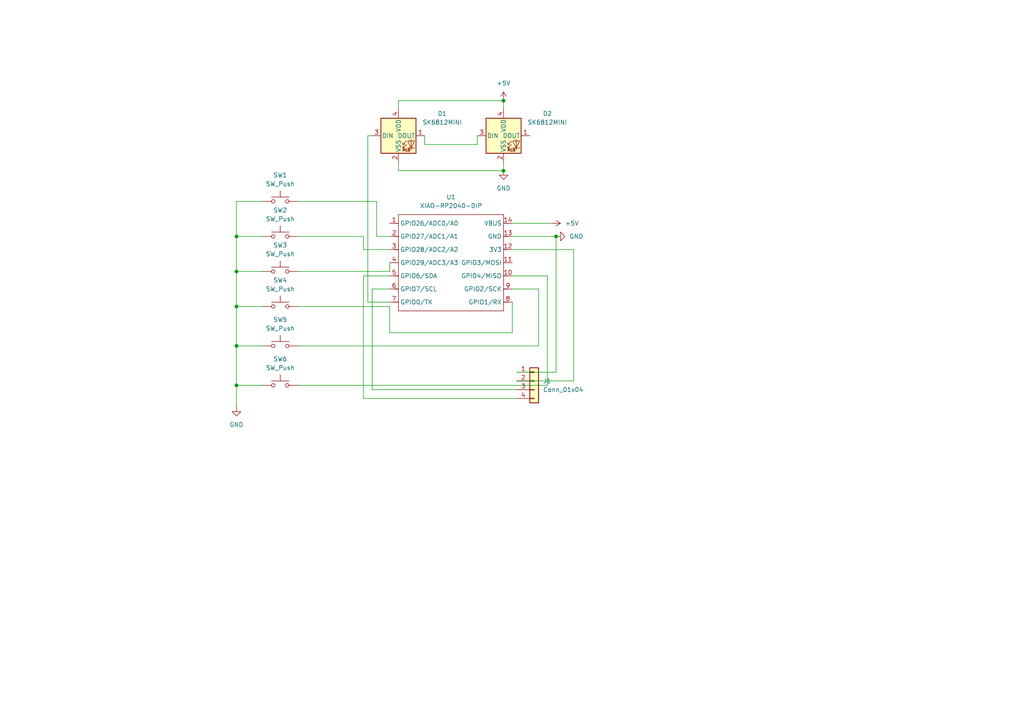
<source format=kicad_sch>
(kicad_sch
	(version 20250114)
	(generator "eeschema")
	(generator_version "9.0")
	(uuid "ae86aab5-8d2b-4676-8c24-39dd04a72551")
	(paper "A4")
	(lib_symbols
		(symbol "Connector_Generic:Conn_01x04"
			(pin_names
				(offset 1.016)
				(hide yes)
			)
			(exclude_from_sim no)
			(in_bom yes)
			(on_board yes)
			(property "Reference" "J1"
				(at 2.54 0.0001 0)
				(effects
					(font
						(size 1.27 1.27)
					)
					(justify left)
				)
			)
			(property "Value" "Conn_01x04"
				(at 2.54 -2.5399 0)
				(effects
					(font
						(size 1.27 1.27)
					)
					(justify left)
				)
			)
			(property "Footprint" "OPL 2:SSD1306-0.91-OLED-4pin-128x32"
				(at 0 0 0)
				(effects
					(font
						(size 1.27 1.27)
					)
					(hide yes)
				)
			)
			(property "Datasheet" "~"
				(at 0 0 0)
				(effects
					(font
						(size 1.27 1.27)
					)
					(hide yes)
				)
			)
			(property "Description" "Generic connector, single row, 01x04, script generated (kicad-library-utils/schlib/autogen/connector/)"
				(at 0 0 0)
				(effects
					(font
						(size 1.27 1.27)
					)
					(hide yes)
				)
			)
			(property "ki_keywords" "connector"
				(at 0 0 0)
				(effects
					(font
						(size 1.27 1.27)
					)
					(hide yes)
				)
			)
			(property "ki_fp_filters" "Connector*:*_1x??_*"
				(at 0 0 0)
				(effects
					(font
						(size 1.27 1.27)
					)
					(hide yes)
				)
			)
			(symbol "Conn_01x04_1_1"
				(rectangle
					(start -1.27 3.81)
					(end 1.27 -6.35)
					(stroke
						(width 0.254)
						(type default)
					)
					(fill
						(type background)
					)
				)
				(rectangle
					(start -1.27 2.667)
					(end 0 2.413)
					(stroke
						(width 0.1524)
						(type default)
					)
					(fill
						(type none)
					)
				)
				(rectangle
					(start -1.27 0.127)
					(end 0 -0.127)
					(stroke
						(width 0.1524)
						(type default)
					)
					(fill
						(type none)
					)
				)
				(rectangle
					(start -1.27 -2.413)
					(end 0 -2.667)
					(stroke
						(width 0.1524)
						(type default)
					)
					(fill
						(type none)
					)
				)
				(rectangle
					(start -1.27 -4.953)
					(end 0 -5.207)
					(stroke
						(width 0.1524)
						(type default)
					)
					(fill
						(type none)
					)
				)
				(pin passive line
					(at -5.08 2.54 0)
					(length 3.81)
					(name "Pin_1"
						(effects
							(font
								(size 1.27 1.27)
							)
						)
					)
					(number "1"
						(effects
							(font
								(size 1.27 1.27)
							)
						)
					)
				)
				(pin passive line
					(at -5.08 0 0)
					(length 3.81)
					(name "Pin_2"
						(effects
							(font
								(size 1.27 1.27)
							)
						)
					)
					(number "2"
						(effects
							(font
								(size 1.27 1.27)
							)
						)
					)
				)
				(pin passive line
					(at -5.08 -2.54 0)
					(length 3.81)
					(name "Pin_3"
						(effects
							(font
								(size 1.27 1.27)
							)
						)
					)
					(number "3"
						(effects
							(font
								(size 1.27 1.27)
							)
						)
					)
				)
				(pin passive line
					(at -5.08 -5.08 0)
					(length 3.81)
					(name "Pin_4"
						(effects
							(font
								(size 1.27 1.27)
							)
						)
					)
					(number "4"
						(effects
							(font
								(size 1.27 1.27)
							)
						)
					)
				)
			)
			(embedded_fonts no)
		)
		(symbol "LED:SK6812MINI"
			(pin_names
				(offset 0.254)
			)
			(exclude_from_sim no)
			(in_bom yes)
			(on_board yes)
			(property "Reference" "D"
				(at 5.08 5.715 0)
				(effects
					(font
						(size 1.27 1.27)
					)
					(justify right bottom)
				)
			)
			(property "Value" "SK6812MINI"
				(at 1.27 -5.715 0)
				(effects
					(font
						(size 1.27 1.27)
					)
					(justify left top)
				)
			)
			(property "Footprint" "LED_SMD:LED_SK6812MINI_PLCC4_3.5x3.5mm_P1.75mm"
				(at 1.27 -7.62 0)
				(effects
					(font
						(size 1.27 1.27)
					)
					(justify left top)
					(hide yes)
				)
			)
			(property "Datasheet" "https://cdn-shop.adafruit.com/product-files/2686/SK6812MINI_REV.01-1-2.pdf"
				(at 2.54 -9.525 0)
				(effects
					(font
						(size 1.27 1.27)
					)
					(justify left top)
					(hide yes)
				)
			)
			(property "Description" "RGB LED with integrated controller"
				(at 0 0 0)
				(effects
					(font
						(size 1.27 1.27)
					)
					(hide yes)
				)
			)
			(property "ki_keywords" "RGB LED NeoPixel Mini addressable"
				(at 0 0 0)
				(effects
					(font
						(size 1.27 1.27)
					)
					(hide yes)
				)
			)
			(property "ki_fp_filters" "LED*SK6812MINI*PLCC*3.5x3.5mm*P1.75mm*"
				(at 0 0 0)
				(effects
					(font
						(size 1.27 1.27)
					)
					(hide yes)
				)
			)
			(symbol "SK6812MINI_0_0"
				(text "RGB"
					(at 2.286 -4.191 0)
					(effects
						(font
							(size 0.762 0.762)
						)
					)
				)
			)
			(symbol "SK6812MINI_0_1"
				(polyline
					(pts
						(xy 1.27 -2.54) (xy 1.778 -2.54)
					)
					(stroke
						(width 0)
						(type default)
					)
					(fill
						(type none)
					)
				)
				(polyline
					(pts
						(xy 1.27 -3.556) (xy 1.778 -3.556)
					)
					(stroke
						(width 0)
						(type default)
					)
					(fill
						(type none)
					)
				)
				(polyline
					(pts
						(xy 2.286 -1.524) (xy 1.27 -2.54) (xy 1.27 -2.032)
					)
					(stroke
						(width 0)
						(type default)
					)
					(fill
						(type none)
					)
				)
				(polyline
					(pts
						(xy 2.286 -2.54) (xy 1.27 -3.556) (xy 1.27 -3.048)
					)
					(stroke
						(width 0)
						(type default)
					)
					(fill
						(type none)
					)
				)
				(polyline
					(pts
						(xy 3.683 -1.016) (xy 3.683 -3.556) (xy 3.683 -4.064)
					)
					(stroke
						(width 0)
						(type default)
					)
					(fill
						(type none)
					)
				)
				(polyline
					(pts
						(xy 4.699 -1.524) (xy 2.667 -1.524) (xy 3.683 -3.556) (xy 4.699 -1.524)
					)
					(stroke
						(width 0)
						(type default)
					)
					(fill
						(type none)
					)
				)
				(polyline
					(pts
						(xy 4.699 -3.556) (xy 2.667 -3.556)
					)
					(stroke
						(width 0)
						(type default)
					)
					(fill
						(type none)
					)
				)
				(rectangle
					(start 5.08 5.08)
					(end -5.08 -5.08)
					(stroke
						(width 0.254)
						(type default)
					)
					(fill
						(type background)
					)
				)
			)
			(symbol "SK6812MINI_1_1"
				(pin input line
					(at -7.62 0 0)
					(length 2.54)
					(name "DIN"
						(effects
							(font
								(size 1.27 1.27)
							)
						)
					)
					(number "3"
						(effects
							(font
								(size 1.27 1.27)
							)
						)
					)
				)
				(pin power_in line
					(at 0 7.62 270)
					(length 2.54)
					(name "VDD"
						(effects
							(font
								(size 1.27 1.27)
							)
						)
					)
					(number "4"
						(effects
							(font
								(size 1.27 1.27)
							)
						)
					)
				)
				(pin power_in line
					(at 0 -7.62 90)
					(length 2.54)
					(name "VSS"
						(effects
							(font
								(size 1.27 1.27)
							)
						)
					)
					(number "2"
						(effects
							(font
								(size 1.27 1.27)
							)
						)
					)
				)
				(pin output line
					(at 7.62 0 180)
					(length 2.54)
					(name "DOUT"
						(effects
							(font
								(size 1.27 1.27)
							)
						)
					)
					(number "1"
						(effects
							(font
								(size 1.27 1.27)
							)
						)
					)
				)
			)
			(embedded_fonts no)
		)
		(symbol "OPL:XIAO-RP2040-DIP"
			(exclude_from_sim no)
			(in_bom yes)
			(on_board yes)
			(property "Reference" "U"
				(at 0 0 0)
				(effects
					(font
						(size 1.27 1.27)
					)
				)
			)
			(property "Value" "XIAO-RP2040-DIP"
				(at 5.334 -1.778 0)
				(effects
					(font
						(size 1.27 1.27)
					)
				)
			)
			(property "Footprint" "Module:MOUDLE14P-XIAO-DIP-SMD"
				(at 14.478 -32.258 0)
				(effects
					(font
						(size 1.27 1.27)
					)
					(hide yes)
				)
			)
			(property "Datasheet" ""
				(at 0 0 0)
				(effects
					(font
						(size 1.27 1.27)
					)
					(hide yes)
				)
			)
			(property "Description" ""
				(at 0 0 0)
				(effects
					(font
						(size 1.27 1.27)
					)
					(hide yes)
				)
			)
			(symbol "XIAO-RP2040-DIP_1_0"
				(polyline
					(pts
						(xy -1.27 -2.54) (xy 29.21 -2.54)
					)
					(stroke
						(width 0.1524)
						(type solid)
					)
					(fill
						(type none)
					)
				)
				(polyline
					(pts
						(xy -1.27 -5.08) (xy -2.54 -5.08)
					)
					(stroke
						(width 0.1524)
						(type solid)
					)
					(fill
						(type none)
					)
				)
				(polyline
					(pts
						(xy -1.27 -5.08) (xy -1.27 -2.54)
					)
					(stroke
						(width 0.1524)
						(type solid)
					)
					(fill
						(type none)
					)
				)
				(polyline
					(pts
						(xy -1.27 -8.89) (xy -2.54 -8.89)
					)
					(stroke
						(width 0.1524)
						(type solid)
					)
					(fill
						(type none)
					)
				)
				(polyline
					(pts
						(xy -1.27 -8.89) (xy -1.27 -5.08)
					)
					(stroke
						(width 0.1524)
						(type solid)
					)
					(fill
						(type none)
					)
				)
				(polyline
					(pts
						(xy -1.27 -12.7) (xy -2.54 -12.7)
					)
					(stroke
						(width 0.1524)
						(type solid)
					)
					(fill
						(type none)
					)
				)
				(polyline
					(pts
						(xy -1.27 -12.7) (xy -1.27 -8.89)
					)
					(stroke
						(width 0.1524)
						(type solid)
					)
					(fill
						(type none)
					)
				)
				(polyline
					(pts
						(xy -1.27 -16.51) (xy -2.54 -16.51)
					)
					(stroke
						(width 0.1524)
						(type solid)
					)
					(fill
						(type none)
					)
				)
				(polyline
					(pts
						(xy -1.27 -16.51) (xy -1.27 -12.7)
					)
					(stroke
						(width 0.1524)
						(type solid)
					)
					(fill
						(type none)
					)
				)
				(polyline
					(pts
						(xy -1.27 -20.32) (xy -2.54 -20.32)
					)
					(stroke
						(width 0.1524)
						(type solid)
					)
					(fill
						(type none)
					)
				)
				(polyline
					(pts
						(xy -1.27 -24.13) (xy -2.54 -24.13)
					)
					(stroke
						(width 0.1524)
						(type solid)
					)
					(fill
						(type none)
					)
				)
				(polyline
					(pts
						(xy -1.27 -27.94) (xy -2.54 -27.94)
					)
					(stroke
						(width 0.1524)
						(type solid)
					)
					(fill
						(type none)
					)
				)
				(polyline
					(pts
						(xy -1.27 -30.48) (xy -1.27 -16.51)
					)
					(stroke
						(width 0.1524)
						(type solid)
					)
					(fill
						(type none)
					)
				)
				(polyline
					(pts
						(xy 29.21 -2.54) (xy 29.21 -5.08)
					)
					(stroke
						(width 0.1524)
						(type solid)
					)
					(fill
						(type none)
					)
				)
				(polyline
					(pts
						(xy 29.21 -5.08) (xy 29.21 -8.89)
					)
					(stroke
						(width 0.1524)
						(type solid)
					)
					(fill
						(type none)
					)
				)
				(polyline
					(pts
						(xy 29.21 -8.89) (xy 29.21 -12.7)
					)
					(stroke
						(width 0.1524)
						(type solid)
					)
					(fill
						(type none)
					)
				)
				(polyline
					(pts
						(xy 29.21 -12.7) (xy 29.21 -30.48)
					)
					(stroke
						(width 0.1524)
						(type solid)
					)
					(fill
						(type none)
					)
				)
				(polyline
					(pts
						(xy 29.21 -30.48) (xy -1.27 -30.48)
					)
					(stroke
						(width 0.1524)
						(type solid)
					)
					(fill
						(type none)
					)
				)
				(polyline
					(pts
						(xy 30.48 -5.08) (xy 29.21 -5.08)
					)
					(stroke
						(width 0.1524)
						(type solid)
					)
					(fill
						(type none)
					)
				)
				(polyline
					(pts
						(xy 30.48 -8.89) (xy 29.21 -8.89)
					)
					(stroke
						(width 0.1524)
						(type solid)
					)
					(fill
						(type none)
					)
				)
				(polyline
					(pts
						(xy 30.48 -12.7) (xy 29.21 -12.7)
					)
					(stroke
						(width 0.1524)
						(type solid)
					)
					(fill
						(type none)
					)
				)
				(polyline
					(pts
						(xy 30.48 -16.51) (xy 29.21 -16.51)
					)
					(stroke
						(width 0.1524)
						(type solid)
					)
					(fill
						(type none)
					)
				)
				(polyline
					(pts
						(xy 30.48 -20.32) (xy 29.21 -20.32)
					)
					(stroke
						(width 0.1524)
						(type solid)
					)
					(fill
						(type none)
					)
				)
				(polyline
					(pts
						(xy 30.48 -24.13) (xy 29.21 -24.13)
					)
					(stroke
						(width 0.1524)
						(type solid)
					)
					(fill
						(type none)
					)
				)
				(polyline
					(pts
						(xy 30.48 -27.94) (xy 29.21 -27.94)
					)
					(stroke
						(width 0.1524)
						(type solid)
					)
					(fill
						(type none)
					)
				)
				(pin passive line
					(at -3.81 -5.08 0)
					(length 2.54)
					(name "GPIO26/ADC0/A0"
						(effects
							(font
								(size 1.27 1.27)
							)
						)
					)
					(number "1"
						(effects
							(font
								(size 1.27 1.27)
							)
						)
					)
				)
				(pin passive line
					(at -3.81 -8.89 0)
					(length 2.54)
					(name "GPIO27/ADC1/A1"
						(effects
							(font
								(size 1.27 1.27)
							)
						)
					)
					(number "2"
						(effects
							(font
								(size 1.27 1.27)
							)
						)
					)
				)
				(pin passive line
					(at -3.81 -12.7 0)
					(length 2.54)
					(name "GPIO28/ADC2/A2"
						(effects
							(font
								(size 1.27 1.27)
							)
						)
					)
					(number "3"
						(effects
							(font
								(size 1.27 1.27)
							)
						)
					)
				)
				(pin passive line
					(at -3.81 -16.51 0)
					(length 2.54)
					(name "GPIO29/ADC3/A3"
						(effects
							(font
								(size 1.27 1.27)
							)
						)
					)
					(number "4"
						(effects
							(font
								(size 1.27 1.27)
							)
						)
					)
				)
				(pin passive line
					(at -3.81 -20.32 0)
					(length 2.54)
					(name "GPIO6/SDA"
						(effects
							(font
								(size 1.27 1.27)
							)
						)
					)
					(number "5"
						(effects
							(font
								(size 1.27 1.27)
							)
						)
					)
				)
				(pin passive line
					(at -3.81 -24.13 0)
					(length 2.54)
					(name "GPIO7/SCL"
						(effects
							(font
								(size 1.27 1.27)
							)
						)
					)
					(number "6"
						(effects
							(font
								(size 1.27 1.27)
							)
						)
					)
				)
				(pin passive line
					(at -3.81 -27.94 0)
					(length 2.54)
					(name "GPIO0/TX"
						(effects
							(font
								(size 1.27 1.27)
							)
						)
					)
					(number "7"
						(effects
							(font
								(size 1.27 1.27)
							)
						)
					)
				)
				(pin passive line
					(at 31.75 -5.08 180)
					(length 2.54)
					(name "VBUS"
						(effects
							(font
								(size 1.27 1.27)
							)
						)
					)
					(number "14"
						(effects
							(font
								(size 1.27 1.27)
							)
						)
					)
				)
				(pin passive line
					(at 31.75 -8.89 180)
					(length 2.54)
					(name "GND"
						(effects
							(font
								(size 1.27 1.27)
							)
						)
					)
					(number "13"
						(effects
							(font
								(size 1.27 1.27)
							)
						)
					)
				)
				(pin passive line
					(at 31.75 -12.7 180)
					(length 2.54)
					(name "3V3"
						(effects
							(font
								(size 1.27 1.27)
							)
						)
					)
					(number "12"
						(effects
							(font
								(size 1.27 1.27)
							)
						)
					)
				)
				(pin passive line
					(at 31.75 -16.51 180)
					(length 2.54)
					(name "GPIO3/MOSI"
						(effects
							(font
								(size 1.27 1.27)
							)
						)
					)
					(number "11"
						(effects
							(font
								(size 1.27 1.27)
							)
						)
					)
				)
				(pin passive line
					(at 31.75 -20.32 180)
					(length 2.54)
					(name "GPIO4/MISO"
						(effects
							(font
								(size 1.27 1.27)
							)
						)
					)
					(number "10"
						(effects
							(font
								(size 1.27 1.27)
							)
						)
					)
				)
				(pin passive line
					(at 31.75 -24.13 180)
					(length 2.54)
					(name "GPIO2/SCK"
						(effects
							(font
								(size 1.27 1.27)
							)
						)
					)
					(number "9"
						(effects
							(font
								(size 1.27 1.27)
							)
						)
					)
				)
				(pin passive line
					(at 31.75 -27.94 180)
					(length 2.54)
					(name "GPIO1/RX"
						(effects
							(font
								(size 1.27 1.27)
							)
						)
					)
					(number "8"
						(effects
							(font
								(size 1.27 1.27)
							)
						)
					)
				)
			)
			(embedded_fonts no)
		)
		(symbol "Switch:SW_Push"
			(pin_numbers
				(hide yes)
			)
			(pin_names
				(offset 1.016)
				(hide yes)
			)
			(exclude_from_sim no)
			(in_bom yes)
			(on_board yes)
			(property "Reference" "SW"
				(at 1.27 2.54 0)
				(effects
					(font
						(size 1.27 1.27)
					)
					(justify left)
				)
			)
			(property "Value" "SW_Push"
				(at 0 -1.524 0)
				(effects
					(font
						(size 1.27 1.27)
					)
				)
			)
			(property "Footprint" ""
				(at 0 5.08 0)
				(effects
					(font
						(size 1.27 1.27)
					)
					(hide yes)
				)
			)
			(property "Datasheet" "~"
				(at 0 5.08 0)
				(effects
					(font
						(size 1.27 1.27)
					)
					(hide yes)
				)
			)
			(property "Description" "Push button switch, generic, two pins"
				(at 0 0 0)
				(effects
					(font
						(size 1.27 1.27)
					)
					(hide yes)
				)
			)
			(property "ki_keywords" "switch normally-open pushbutton push-button"
				(at 0 0 0)
				(effects
					(font
						(size 1.27 1.27)
					)
					(hide yes)
				)
			)
			(symbol "SW_Push_0_1"
				(circle
					(center -2.032 0)
					(radius 0.508)
					(stroke
						(width 0)
						(type default)
					)
					(fill
						(type none)
					)
				)
				(polyline
					(pts
						(xy 0 1.27) (xy 0 3.048)
					)
					(stroke
						(width 0)
						(type default)
					)
					(fill
						(type none)
					)
				)
				(circle
					(center 2.032 0)
					(radius 0.508)
					(stroke
						(width 0)
						(type default)
					)
					(fill
						(type none)
					)
				)
				(polyline
					(pts
						(xy 2.54 1.27) (xy -2.54 1.27)
					)
					(stroke
						(width 0)
						(type default)
					)
					(fill
						(type none)
					)
				)
				(pin passive line
					(at -5.08 0 0)
					(length 2.54)
					(name "1"
						(effects
							(font
								(size 1.27 1.27)
							)
						)
					)
					(number "1"
						(effects
							(font
								(size 1.27 1.27)
							)
						)
					)
				)
				(pin passive line
					(at 5.08 0 180)
					(length 2.54)
					(name "2"
						(effects
							(font
								(size 1.27 1.27)
							)
						)
					)
					(number "2"
						(effects
							(font
								(size 1.27 1.27)
							)
						)
					)
				)
			)
			(embedded_fonts no)
		)
		(symbol "power:+5V"
			(power)
			(pin_numbers
				(hide yes)
			)
			(pin_names
				(offset 0)
				(hide yes)
			)
			(exclude_from_sim no)
			(in_bom yes)
			(on_board yes)
			(property "Reference" "#PWR"
				(at 0 -3.81 0)
				(effects
					(font
						(size 1.27 1.27)
					)
					(hide yes)
				)
			)
			(property "Value" "+5V"
				(at 0 3.556 0)
				(effects
					(font
						(size 1.27 1.27)
					)
				)
			)
			(property "Footprint" ""
				(at 0 0 0)
				(effects
					(font
						(size 1.27 1.27)
					)
					(hide yes)
				)
			)
			(property "Datasheet" ""
				(at 0 0 0)
				(effects
					(font
						(size 1.27 1.27)
					)
					(hide yes)
				)
			)
			(property "Description" "Power symbol creates a global label with name \"+5V\""
				(at 0 0 0)
				(effects
					(font
						(size 1.27 1.27)
					)
					(hide yes)
				)
			)
			(property "ki_keywords" "global power"
				(at 0 0 0)
				(effects
					(font
						(size 1.27 1.27)
					)
					(hide yes)
				)
			)
			(symbol "+5V_0_1"
				(polyline
					(pts
						(xy -0.762 1.27) (xy 0 2.54)
					)
					(stroke
						(width 0)
						(type default)
					)
					(fill
						(type none)
					)
				)
				(polyline
					(pts
						(xy 0 2.54) (xy 0.762 1.27)
					)
					(stroke
						(width 0)
						(type default)
					)
					(fill
						(type none)
					)
				)
				(polyline
					(pts
						(xy 0 0) (xy 0 2.54)
					)
					(stroke
						(width 0)
						(type default)
					)
					(fill
						(type none)
					)
				)
			)
			(symbol "+5V_1_1"
				(pin power_in line
					(at 0 0 90)
					(length 0)
					(name "~"
						(effects
							(font
								(size 1.27 1.27)
							)
						)
					)
					(number "1"
						(effects
							(font
								(size 1.27 1.27)
							)
						)
					)
				)
			)
			(embedded_fonts no)
		)
		(symbol "power:GND"
			(power)
			(pin_numbers
				(hide yes)
			)
			(pin_names
				(offset 0)
				(hide yes)
			)
			(exclude_from_sim no)
			(in_bom yes)
			(on_board yes)
			(property "Reference" "#PWR"
				(at 0 -6.35 0)
				(effects
					(font
						(size 1.27 1.27)
					)
					(hide yes)
				)
			)
			(property "Value" "GND"
				(at 0 -3.81 0)
				(effects
					(font
						(size 1.27 1.27)
					)
				)
			)
			(property "Footprint" ""
				(at 0 0 0)
				(effects
					(font
						(size 1.27 1.27)
					)
					(hide yes)
				)
			)
			(property "Datasheet" ""
				(at 0 0 0)
				(effects
					(font
						(size 1.27 1.27)
					)
					(hide yes)
				)
			)
			(property "Description" "Power symbol creates a global label with name \"GND\" , ground"
				(at 0 0 0)
				(effects
					(font
						(size 1.27 1.27)
					)
					(hide yes)
				)
			)
			(property "ki_keywords" "global power"
				(at 0 0 0)
				(effects
					(font
						(size 1.27 1.27)
					)
					(hide yes)
				)
			)
			(symbol "GND_0_1"
				(polyline
					(pts
						(xy 0 0) (xy 0 -1.27) (xy 1.27 -1.27) (xy 0 -2.54) (xy -1.27 -1.27) (xy 0 -1.27)
					)
					(stroke
						(width 0)
						(type default)
					)
					(fill
						(type none)
					)
				)
			)
			(symbol "GND_1_1"
				(pin power_in line
					(at 0 0 270)
					(length 0)
					(name "~"
						(effects
							(font
								(size 1.27 1.27)
							)
						)
					)
					(number "1"
						(effects
							(font
								(size 1.27 1.27)
							)
						)
					)
				)
			)
			(embedded_fonts no)
		)
	)
	(junction
		(at 161.29 68.58)
		(diameter 0)
		(color 0 0 0 0)
		(uuid "1d5ca658-27b9-4bc6-b918-8dedacfd2181")
	)
	(junction
		(at 146.05 29.21)
		(diameter 0)
		(color 0 0 0 0)
		(uuid "46338191-dff7-484d-aeae-ac8af3fd8228")
	)
	(junction
		(at 68.58 68.58)
		(diameter 0)
		(color 0 0 0 0)
		(uuid "725368c0-8d31-4f60-8255-d65ed550e89b")
	)
	(junction
		(at 68.58 78.74)
		(diameter 0)
		(color 0 0 0 0)
		(uuid "82dc5070-aacb-4cbb-9c17-d1045e6432a3")
	)
	(junction
		(at 68.58 111.76)
		(diameter 0)
		(color 0 0 0 0)
		(uuid "85215f80-9dc1-4019-810e-ff9b682fe564")
	)
	(junction
		(at 146.05 49.53)
		(diameter 0)
		(color 0 0 0 0)
		(uuid "a4c48c5a-bd6e-4497-b0e9-19c28303f803")
	)
	(junction
		(at 68.58 88.9)
		(diameter 0)
		(color 0 0 0 0)
		(uuid "a57154e0-bd09-44af-9be9-bf5e0c6a4d6a")
	)
	(junction
		(at 68.58 100.33)
		(diameter 0)
		(color 0 0 0 0)
		(uuid "e90807f7-f223-43e6-a18a-85336aab4e30")
	)
	(wire
		(pts
			(xy 166.37 72.39) (xy 148.59 72.39)
		)
		(stroke
			(width 0)
			(type default)
		)
		(uuid "00dee4d1-7fc6-410f-a416-91219ec055dd")
	)
	(wire
		(pts
			(xy 123.19 41.91) (xy 138.43 41.91)
		)
		(stroke
			(width 0)
			(type default)
		)
		(uuid "11b87361-ce26-437e-863b-159dbcedec18")
	)
	(wire
		(pts
			(xy 113.03 96.52) (xy 148.59 96.52)
		)
		(stroke
			(width 0)
			(type default)
		)
		(uuid "12006262-c112-4511-8726-ca4ebe03138e")
	)
	(wire
		(pts
			(xy 109.22 68.58) (xy 113.03 68.58)
		)
		(stroke
			(width 0)
			(type default)
		)
		(uuid "1b75960e-24f1-4ef3-b857-7ea80f81dd8a")
	)
	(wire
		(pts
			(xy 115.57 46.99) (xy 115.57 49.53)
		)
		(stroke
			(width 0)
			(type default)
		)
		(uuid "1c4ca48b-b609-4ed9-a970-60ae9490826b")
	)
	(wire
		(pts
			(xy 68.58 58.42) (xy 68.58 68.58)
		)
		(stroke
			(width 0)
			(type default)
		)
		(uuid "1f964007-5eb0-46a6-bd32-d7a8dbfb65d4")
	)
	(wire
		(pts
			(xy 68.58 100.33) (xy 68.58 111.76)
		)
		(stroke
			(width 0)
			(type default)
		)
		(uuid "2206996e-900d-4f2d-96db-137d727d1e9d")
	)
	(wire
		(pts
			(xy 76.2 78.74) (xy 68.58 78.74)
		)
		(stroke
			(width 0)
			(type default)
		)
		(uuid "22af9e03-8810-4835-aced-7d0cb62ecef0")
	)
	(wire
		(pts
			(xy 158.75 111.76) (xy 158.75 80.01)
		)
		(stroke
			(width 0)
			(type default)
		)
		(uuid "29c28198-bf64-430b-b130-994b00941111")
	)
	(wire
		(pts
			(xy 161.29 107.95) (xy 161.29 68.58)
		)
		(stroke
			(width 0)
			(type default)
		)
		(uuid "311b530b-bfe5-407c-9b2e-1f14cb70e3cc")
	)
	(wire
		(pts
			(xy 106.68 87.63) (xy 113.03 87.63)
		)
		(stroke
			(width 0)
			(type default)
		)
		(uuid "3331f55f-c30f-4788-b718-cd50baac20d7")
	)
	(wire
		(pts
			(xy 113.03 88.9) (xy 113.03 96.52)
		)
		(stroke
			(width 0)
			(type default)
		)
		(uuid "341623a5-ad5e-4241-8adf-dd5a97d09e2f")
	)
	(wire
		(pts
			(xy 123.19 39.37) (xy 123.19 41.91)
		)
		(stroke
			(width 0)
			(type default)
		)
		(uuid "345f0039-a3af-45b9-a448-013a2ae9b611")
	)
	(wire
		(pts
			(xy 105.41 115.57) (xy 149.86 115.57)
		)
		(stroke
			(width 0)
			(type default)
		)
		(uuid "3cd06ca0-c976-4108-9af0-8d87272818b4")
	)
	(wire
		(pts
			(xy 113.03 80.01) (xy 105.41 80.01)
		)
		(stroke
			(width 0)
			(type default)
		)
		(uuid "3d02e67e-1d39-4d06-a607-b065c4e129c5")
	)
	(wire
		(pts
			(xy 86.36 111.76) (xy 158.75 111.76)
		)
		(stroke
			(width 0)
			(type default)
		)
		(uuid "423aec4a-52b3-44d1-bcbd-87031065cf86")
	)
	(wire
		(pts
			(xy 68.58 88.9) (xy 68.58 100.33)
		)
		(stroke
			(width 0)
			(type default)
		)
		(uuid "5524a02a-db6d-477f-b079-79375bf9ab26")
	)
	(wire
		(pts
			(xy 86.36 58.42) (xy 109.22 58.42)
		)
		(stroke
			(width 0)
			(type default)
		)
		(uuid "68435e2d-0234-4f37-ae9f-d4ec3d18ef78")
	)
	(wire
		(pts
			(xy 107.95 83.82) (xy 113.03 83.82)
		)
		(stroke
			(width 0)
			(type default)
		)
		(uuid "6edba25a-f874-4259-b7a0-3534d3671db5")
	)
	(wire
		(pts
			(xy 115.57 49.53) (xy 146.05 49.53)
		)
		(stroke
			(width 0)
			(type default)
		)
		(uuid "72a5e3a6-c73d-437b-b25d-145b68954cda")
	)
	(wire
		(pts
			(xy 115.57 29.21) (xy 146.05 29.21)
		)
		(stroke
			(width 0)
			(type default)
		)
		(uuid "753cc2eb-2165-466d-aacc-684ccc0f0f92")
	)
	(wire
		(pts
			(xy 160.02 64.77) (xy 148.59 64.77)
		)
		(stroke
			(width 0)
			(type default)
		)
		(uuid "799f983e-8337-40fa-90e4-78d38a140071")
	)
	(wire
		(pts
			(xy 115.57 29.21) (xy 115.57 31.75)
		)
		(stroke
			(width 0)
			(type default)
		)
		(uuid "7b712d35-6b2b-4620-9367-4036dddb47fe")
	)
	(wire
		(pts
			(xy 86.36 100.33) (xy 156.21 100.33)
		)
		(stroke
			(width 0)
			(type default)
		)
		(uuid "8546360d-f4c0-4d9e-bd90-5a70a271caf7")
	)
	(wire
		(pts
			(xy 107.95 113.03) (xy 107.95 83.82)
		)
		(stroke
			(width 0)
			(type default)
		)
		(uuid "95af2403-42dd-447b-ad2f-49934723acab")
	)
	(wire
		(pts
			(xy 156.21 100.33) (xy 156.21 83.82)
		)
		(stroke
			(width 0)
			(type default)
		)
		(uuid "97ed584b-686e-484c-8dbb-e89947253ab4")
	)
	(wire
		(pts
			(xy 149.86 110.49) (xy 166.37 110.49)
		)
		(stroke
			(width 0)
			(type default)
		)
		(uuid "983b5f97-f88c-4b40-9d52-8c465af751a5")
	)
	(wire
		(pts
			(xy 68.58 68.58) (xy 76.2 68.58)
		)
		(stroke
			(width 0)
			(type default)
		)
		(uuid "9f398248-abfc-467a-973b-4f21cd676f73")
	)
	(wire
		(pts
			(xy 166.37 110.49) (xy 166.37 72.39)
		)
		(stroke
			(width 0)
			(type default)
		)
		(uuid "aacc2cf1-2b17-473f-99b8-44e220793063")
	)
	(wire
		(pts
			(xy 86.36 78.74) (xy 113.03 78.74)
		)
		(stroke
			(width 0)
			(type default)
		)
		(uuid "b28dc035-5a90-4dc9-97fa-1fb1e3e6c5c5")
	)
	(wire
		(pts
			(xy 138.43 39.37) (xy 138.43 41.91)
		)
		(stroke
			(width 0)
			(type default)
		)
		(uuid "b3bf3e41-68b1-4e76-a617-79d690701c2b")
	)
	(wire
		(pts
			(xy 68.58 118.11) (xy 68.58 111.76)
		)
		(stroke
			(width 0)
			(type default)
		)
		(uuid "b5e25a5b-792c-4657-b2c6-d10862f657a5")
	)
	(wire
		(pts
			(xy 105.41 80.01) (xy 105.41 115.57)
		)
		(stroke
			(width 0)
			(type default)
		)
		(uuid "b71fca2b-75f9-4171-a133-e0d22b105061")
	)
	(wire
		(pts
			(xy 106.68 39.37) (xy 107.95 39.37)
		)
		(stroke
			(width 0)
			(type default)
		)
		(uuid "bd6cefc3-adb6-41d6-94eb-1ef8135cc47e")
	)
	(wire
		(pts
			(xy 161.29 68.58) (xy 148.59 68.58)
		)
		(stroke
			(width 0)
			(type default)
		)
		(uuid "bf4f202e-c6d4-4c54-9b45-f7727c931a5c")
	)
	(wire
		(pts
			(xy 149.86 113.03) (xy 107.95 113.03)
		)
		(stroke
			(width 0)
			(type default)
		)
		(uuid "c004d619-871a-49fe-9938-451aee0156a3")
	)
	(wire
		(pts
			(xy 68.58 111.76) (xy 76.2 111.76)
		)
		(stroke
			(width 0)
			(type default)
		)
		(uuid "c1896e49-613a-4ed8-aba3-c2cddb580352")
	)
	(wire
		(pts
			(xy 146.05 49.53) (xy 146.05 46.99)
		)
		(stroke
			(width 0)
			(type default)
		)
		(uuid "c71831ab-a28b-4602-adfd-32c7f8c62b04")
	)
	(wire
		(pts
			(xy 106.68 39.37) (xy 106.68 87.63)
		)
		(stroke
			(width 0)
			(type default)
		)
		(uuid "c8ce04b2-8144-4c8d-b9fe-0cfd1622a2b7")
	)
	(wire
		(pts
			(xy 68.58 78.74) (xy 68.58 88.9)
		)
		(stroke
			(width 0)
			(type default)
		)
		(uuid "c980ea28-e9b6-4596-b55d-5ea7d34c0eaa")
	)
	(wire
		(pts
			(xy 105.41 72.39) (xy 113.03 72.39)
		)
		(stroke
			(width 0)
			(type default)
		)
		(uuid "d046faa5-2195-4615-a9b6-8dc5b58076d6")
	)
	(wire
		(pts
			(xy 158.75 80.01) (xy 148.59 80.01)
		)
		(stroke
			(width 0)
			(type default)
		)
		(uuid "d56b43c8-3be6-4b96-9d9e-20c6093d0e50")
	)
	(wire
		(pts
			(xy 149.86 107.95) (xy 161.29 107.95)
		)
		(stroke
			(width 0)
			(type default)
		)
		(uuid "d5ce0b3a-0cb7-46e2-b8cd-6d49ae01f735")
	)
	(wire
		(pts
			(xy 113.03 78.74) (xy 113.03 76.2)
		)
		(stroke
			(width 0)
			(type default)
		)
		(uuid "d5eb4e8e-5209-48f7-b5ab-b8fca6bd5bc1")
	)
	(wire
		(pts
			(xy 156.21 83.82) (xy 148.59 83.82)
		)
		(stroke
			(width 0)
			(type default)
		)
		(uuid "db9d9ced-3fbe-48ab-96d9-1c053b3da92b")
	)
	(wire
		(pts
			(xy 86.36 68.58) (xy 105.41 68.58)
		)
		(stroke
			(width 0)
			(type default)
		)
		(uuid "e2b1056b-ee03-4739-b57d-7e7cf1c1e2d4")
	)
	(wire
		(pts
			(xy 68.58 68.58) (xy 68.58 78.74)
		)
		(stroke
			(width 0)
			(type default)
		)
		(uuid "e61b0c59-290d-4964-8886-cef39676ac63")
	)
	(wire
		(pts
			(xy 109.22 58.42) (xy 109.22 68.58)
		)
		(stroke
			(width 0)
			(type default)
		)
		(uuid "e8bd4235-a43e-43c3-ab13-153e3c95d927")
	)
	(wire
		(pts
			(xy 105.41 68.58) (xy 105.41 72.39)
		)
		(stroke
			(width 0)
			(type default)
		)
		(uuid "ea8c5d81-6fe7-4f96-8487-a7f10c27948a")
	)
	(wire
		(pts
			(xy 148.59 87.63) (xy 148.59 96.52)
		)
		(stroke
			(width 0)
			(type default)
		)
		(uuid "ecf6638c-97f8-42a8-ab03-1e3f5b4ab8a2")
	)
	(wire
		(pts
			(xy 68.58 88.9) (xy 76.2 88.9)
		)
		(stroke
			(width 0)
			(type default)
		)
		(uuid "ee9eb5ab-2438-4aae-bead-0bee5b744ab9")
	)
	(wire
		(pts
			(xy 76.2 58.42) (xy 68.58 58.42)
		)
		(stroke
			(width 0)
			(type default)
		)
		(uuid "f329962e-3d54-4c8e-9f6f-c8e3adf51aef")
	)
	(wire
		(pts
			(xy 146.05 29.21) (xy 146.05 31.75)
		)
		(stroke
			(width 0)
			(type default)
		)
		(uuid "f595ceb8-9945-41d3-9f76-47c68709ff41")
	)
	(wire
		(pts
			(xy 86.36 88.9) (xy 113.03 88.9)
		)
		(stroke
			(width 0)
			(type default)
		)
		(uuid "fb85e962-fe1f-461a-ba6b-d1552980fb85")
	)
	(wire
		(pts
			(xy 76.2 100.33) (xy 68.58 100.33)
		)
		(stroke
			(width 0)
			(type default)
		)
		(uuid "ff5a9393-ccc8-4a7c-a6f3-7f37736d7b34")
	)
	(symbol
		(lib_id "LED:SK6812MINI")
		(at 146.05 39.37 0)
		(unit 1)
		(exclude_from_sim no)
		(in_bom yes)
		(on_board yes)
		(dnp no)
		(fields_autoplaced yes)
		(uuid "23903c44-a83c-4400-af84-1fbe4c0c509b")
		(property "Reference" "D2"
			(at 158.75 32.9498 0)
			(effects
				(font
					(size 1.27 1.27)
				)
			)
		)
		(property "Value" "SK6812MINI"
			(at 158.75 35.4898 0)
			(effects
				(font
					(size 1.27 1.27)
				)
			)
		)
		(property "Footprint" "LED_SMD:LED_SK6812MINI_PLCC4_3.5x3.5mm_P1.75mm"
			(at 147.32 46.99 0)
			(effects
				(font
					(size 1.27 1.27)
				)
				(justify left top)
				(hide yes)
			)
		)
		(property "Datasheet" "https://cdn-shop.adafruit.com/product-files/2686/SK6812MINI_REV.01-1-2.pdf"
			(at 148.59 48.895 0)
			(effects
				(font
					(size 1.27 1.27)
				)
				(justify left top)
				(hide yes)
			)
		)
		(property "Description" "RGB LED with integrated controller"
			(at 146.05 39.37 0)
			(effects
				(font
					(size 1.27 1.27)
				)
				(hide yes)
			)
		)
		(pin "3"
			(uuid "1075e31d-300e-4de3-8cbd-e9a1b663f6d4")
		)
		(pin "4"
			(uuid "c424cfc8-4d71-4232-b327-52025d73b6b9")
		)
		(pin "2"
			(uuid "1e0ca3af-99e0-4c90-9510-3d01983b61d4")
		)
		(pin "1"
			(uuid "97bcf980-98d1-4a26-801b-18decc1fa3a8")
		)
		(instances
			(project ""
				(path "/ae86aab5-8d2b-4676-8c24-39dd04a72551"
					(reference "D2")
					(unit 1)
				)
			)
		)
	)
	(symbol
		(lib_id "power:+5V")
		(at 160.02 64.77 270)
		(unit 1)
		(exclude_from_sim no)
		(in_bom yes)
		(on_board yes)
		(dnp no)
		(fields_autoplaced yes)
		(uuid "4139b63e-adf4-4970-a4ca-3f8b1ab1d8a9")
		(property "Reference" "#PWR01"
			(at 156.21 64.77 0)
			(effects
				(font
					(size 1.27 1.27)
				)
				(hide yes)
			)
		)
		(property "Value" "+5V"
			(at 163.83 64.7699 90)
			(effects
				(font
					(size 1.27 1.27)
				)
				(justify left)
			)
		)
		(property "Footprint" ""
			(at 160.02 64.77 0)
			(effects
				(font
					(size 1.27 1.27)
				)
				(hide yes)
			)
		)
		(property "Datasheet" ""
			(at 160.02 64.77 0)
			(effects
				(font
					(size 1.27 1.27)
				)
				(hide yes)
			)
		)
		(property "Description" "Power symbol creates a global label with name \"+5V\""
			(at 160.02 64.77 0)
			(effects
				(font
					(size 1.27 1.27)
				)
				(hide yes)
			)
		)
		(pin "1"
			(uuid "b5ee1085-5186-492a-8b4e-98209f96dce0")
		)
		(instances
			(project ""
				(path "/ae86aab5-8d2b-4676-8c24-39dd04a72551"
					(reference "#PWR01")
					(unit 1)
				)
			)
		)
	)
	(symbol
		(lib_id "Switch:SW_Push")
		(at 81.28 68.58 0)
		(unit 1)
		(exclude_from_sim no)
		(in_bom yes)
		(on_board yes)
		(dnp no)
		(fields_autoplaced yes)
		(uuid "5cab2d74-677f-4208-922b-876fb02ac6c3")
		(property "Reference" "SW2"
			(at 81.28 60.96 0)
			(effects
				(font
					(size 1.27 1.27)
				)
			)
		)
		(property "Value" "SW_Push"
			(at 81.28 63.5 0)
			(effects
				(font
					(size 1.27 1.27)
				)
			)
		)
		(property "Footprint" "Button_Switch_Keyboard:SW_Cherry_MX_1.00u_PCB"
			(at 81.28 63.5 0)
			(effects
				(font
					(size 1.27 1.27)
				)
				(hide yes)
			)
		)
		(property "Datasheet" "~"
			(at 81.28 63.5 0)
			(effects
				(font
					(size 1.27 1.27)
				)
				(hide yes)
			)
		)
		(property "Description" "Push button switch, generic, two pins"
			(at 81.28 68.58 0)
			(effects
				(font
					(size 1.27 1.27)
				)
				(hide yes)
			)
		)
		(pin "1"
			(uuid "5ad1359b-3a0f-4f50-9074-cd8c3f186315")
		)
		(pin "2"
			(uuid "fdc7cd64-6fb3-4320-b501-7abd194268b0")
		)
		(instances
			(project ""
				(path "/ae86aab5-8d2b-4676-8c24-39dd04a72551"
					(reference "SW2")
					(unit 1)
				)
			)
		)
	)
	(symbol
		(lib_id "power:GND")
		(at 161.29 68.58 90)
		(unit 1)
		(exclude_from_sim no)
		(in_bom yes)
		(on_board yes)
		(dnp no)
		(fields_autoplaced yes)
		(uuid "817ba692-db7c-4fbd-a9d6-6304655fb329")
		(property "Reference" "#PWR02"
			(at 167.64 68.58 0)
			(effects
				(font
					(size 1.27 1.27)
				)
				(hide yes)
			)
		)
		(property "Value" "GND"
			(at 165.1 68.5799 90)
			(effects
				(font
					(size 1.27 1.27)
				)
				(justify right)
			)
		)
		(property "Footprint" ""
			(at 161.29 68.58 0)
			(effects
				(font
					(size 1.27 1.27)
				)
				(hide yes)
			)
		)
		(property "Datasheet" ""
			(at 161.29 68.58 0)
			(effects
				(font
					(size 1.27 1.27)
				)
				(hide yes)
			)
		)
		(property "Description" "Power symbol creates a global label with name \"GND\" , ground"
			(at 161.29 68.58 0)
			(effects
				(font
					(size 1.27 1.27)
				)
				(hide yes)
			)
		)
		(pin "1"
			(uuid "d3d1eca0-1444-4259-86ef-f53628180446")
		)
		(instances
			(project ""
				(path "/ae86aab5-8d2b-4676-8c24-39dd04a72551"
					(reference "#PWR02")
					(unit 1)
				)
			)
		)
	)
	(symbol
		(lib_id "OPL:XIAO-RP2040-DIP")
		(at 116.84 59.69 0)
		(unit 1)
		(exclude_from_sim no)
		(in_bom yes)
		(on_board yes)
		(dnp no)
		(fields_autoplaced yes)
		(uuid "8e48e89d-db0a-4658-8810-19ed2b627913")
		(property "Reference" "U1"
			(at 130.81 57.15 0)
			(effects
				(font
					(size 1.27 1.27)
				)
			)
		)
		(property "Value" "XIAO-RP2040-DIP"
			(at 130.81 59.69 0)
			(effects
				(font
					(size 1.27 1.27)
				)
			)
		)
		(property "Footprint" "OPL:XIAO-RP2040-DIP"
			(at 131.318 91.948 0)
			(effects
				(font
					(size 1.27 1.27)
				)
				(hide yes)
			)
		)
		(property "Datasheet" ""
			(at 116.84 59.69 0)
			(effects
				(font
					(size 1.27 1.27)
				)
				(hide yes)
			)
		)
		(property "Description" ""
			(at 116.84 59.69 0)
			(effects
				(font
					(size 1.27 1.27)
				)
				(hide yes)
			)
		)
		(pin "3"
			(uuid "d9ef5781-c153-47d3-89df-97e80f617883")
		)
		(pin "12"
			(uuid "45cefb74-8e3b-4c87-83e9-d287c42fc2ec")
		)
		(pin "10"
			(uuid "27588275-382d-4ff2-9de1-4bea7b5a4029")
		)
		(pin "1"
			(uuid "6a4c37c8-ac20-4d8a-bf9e-a745378f1428")
		)
		(pin "2"
			(uuid "5f6f4eb9-efb3-4eb8-b75b-46e85660e7e4")
		)
		(pin "4"
			(uuid "182bdf84-a76b-46e2-9c57-7211ac883567")
		)
		(pin "6"
			(uuid "adda673c-80a1-4c84-8f44-8dea3636a37e")
		)
		(pin "7"
			(uuid "5132911a-5a9b-4fda-b7d2-e8fa6bc43045")
		)
		(pin "5"
			(uuid "4342b967-5126-424c-ba40-846cab39b8b2")
		)
		(pin "14"
			(uuid "a23792f5-7cfa-4d34-991b-1d48211628fc")
		)
		(pin "13"
			(uuid "993a2f14-f53e-42cf-98f4-fd2f160a5991")
		)
		(pin "11"
			(uuid "e6f679e8-99ee-4205-abac-a36a990c818d")
		)
		(pin "8"
			(uuid "03675b1b-f849-401a-be27-e83838ee0c69")
		)
		(pin "9"
			(uuid "ff0908f3-e417-4f84-8ab2-634f97ecbc3f")
		)
		(instances
			(project ""
				(path "/ae86aab5-8d2b-4676-8c24-39dd04a72551"
					(reference "U1")
					(unit 1)
				)
			)
		)
	)
	(symbol
		(lib_id "Connector_Generic:Conn_01x04")
		(at 154.94 110.49 0)
		(unit 1)
		(exclude_from_sim no)
		(in_bom yes)
		(on_board yes)
		(dnp no)
		(fields_autoplaced yes)
		(uuid "9340ac1b-6568-4fe1-a717-2449e33d0ae4")
		(property "Reference" "J1"
			(at 157.48 110.4899 0)
			(effects
				(font
					(size 1.27 1.27)
				)
				(justify left)
			)
		)
		(property "Value" "Conn_01x04"
			(at 157.48 113.0299 0)
			(effects
				(font
					(size 1.27 1.27)
				)
				(justify left)
			)
		)
		(property "Footprint" "OPL 2:SSD1306-0.91-OLED-4pin-128x32"
			(at 154.94 110.49 0)
			(effects
				(font
					(size 1.27 1.27)
				)
				(hide yes)
			)
		)
		(property "Datasheet" "~"
			(at 154.94 110.49 0)
			(effects
				(font
					(size 1.27 1.27)
				)
				(hide yes)
			)
		)
		(property "Description" "Generic connector, single row, 01x04, script generated (kicad-library-utils/schlib/autogen/connector/)"
			(at 154.94 110.49 0)
			(effects
				(font
					(size 1.27 1.27)
				)
				(hide yes)
			)
		)
		(pin "1"
			(uuid "ab3e5ae5-ac55-4226-9f33-26b77963b591")
		)
		(pin "2"
			(uuid "02a06913-886e-4255-9cf8-b29b407d3b11")
		)
		(pin "3"
			(uuid "b53c817d-1bed-42fc-aa6c-8a68dca39100")
		)
		(pin "4"
			(uuid "9bb3f741-35ae-48d0-956e-25272a446812")
		)
		(instances
			(project ""
				(path "/ae86aab5-8d2b-4676-8c24-39dd04a72551"
					(reference "J1")
					(unit 1)
				)
			)
		)
	)
	(symbol
		(lib_id "Switch:SW_Push")
		(at 81.28 88.9 0)
		(unit 1)
		(exclude_from_sim no)
		(in_bom yes)
		(on_board yes)
		(dnp no)
		(fields_autoplaced yes)
		(uuid "c4319ea2-a3c7-4720-8248-a64567aba225")
		(property "Reference" "SW4"
			(at 81.28 81.28 0)
			(effects
				(font
					(size 1.27 1.27)
				)
			)
		)
		(property "Value" "SW_Push"
			(at 81.28 83.82 0)
			(effects
				(font
					(size 1.27 1.27)
				)
			)
		)
		(property "Footprint" "Button_Switch_Keyboard:SW_Cherry_MX_1.00u_PCB"
			(at 81.28 83.82 0)
			(effects
				(font
					(size 1.27 1.27)
				)
				(hide yes)
			)
		)
		(property "Datasheet" "~"
			(at 81.28 83.82 0)
			(effects
				(font
					(size 1.27 1.27)
				)
				(hide yes)
			)
		)
		(property "Description" "Push button switch, generic, two pins"
			(at 81.28 88.9 0)
			(effects
				(font
					(size 1.27 1.27)
				)
				(hide yes)
			)
		)
		(pin "1"
			(uuid "8a1a0fc4-9d18-44c9-b36b-6bac0b0fca10")
		)
		(pin "2"
			(uuid "d2f97f14-9da6-45fa-a16b-3a9e693604ab")
		)
		(instances
			(project ""
				(path "/ae86aab5-8d2b-4676-8c24-39dd04a72551"
					(reference "SW4")
					(unit 1)
				)
			)
		)
	)
	(symbol
		(lib_id "power:GND")
		(at 146.05 49.53 0)
		(unit 1)
		(exclude_from_sim no)
		(in_bom yes)
		(on_board yes)
		(dnp no)
		(fields_autoplaced yes)
		(uuid "c5ced989-8216-488d-b26d-973a056a8443")
		(property "Reference" "#PWR04"
			(at 146.05 55.88 0)
			(effects
				(font
					(size 1.27 1.27)
				)
				(hide yes)
			)
		)
		(property "Value" "GND"
			(at 146.05 54.61 0)
			(effects
				(font
					(size 1.27 1.27)
				)
			)
		)
		(property "Footprint" ""
			(at 146.05 49.53 0)
			(effects
				(font
					(size 1.27 1.27)
				)
				(hide yes)
			)
		)
		(property "Datasheet" ""
			(at 146.05 49.53 0)
			(effects
				(font
					(size 1.27 1.27)
				)
				(hide yes)
			)
		)
		(property "Description" "Power symbol creates a global label with name \"GND\" , ground"
			(at 146.05 49.53 0)
			(effects
				(font
					(size 1.27 1.27)
				)
				(hide yes)
			)
		)
		(pin "1"
			(uuid "2bcfa769-4a59-4753-b956-5c7f418e8ef4")
		)
		(instances
			(project ""
				(path "/ae86aab5-8d2b-4676-8c24-39dd04a72551"
					(reference "#PWR04")
					(unit 1)
				)
			)
		)
	)
	(symbol
		(lib_id "LED:SK6812MINI")
		(at 115.57 39.37 0)
		(unit 1)
		(exclude_from_sim no)
		(in_bom yes)
		(on_board yes)
		(dnp no)
		(fields_autoplaced yes)
		(uuid "c6383bee-85c3-453a-a3c5-ce971fd53953")
		(property "Reference" "D1"
			(at 128.27 32.9498 0)
			(effects
				(font
					(size 1.27 1.27)
				)
			)
		)
		(property "Value" "SK6812MINI"
			(at 128.27 35.4898 0)
			(effects
				(font
					(size 1.27 1.27)
				)
			)
		)
		(property "Footprint" "LED_SMD:LED_SK6812MINI_PLCC4_3.5x3.5mm_P1.75mm"
			(at 116.84 46.99 0)
			(effects
				(font
					(size 1.27 1.27)
				)
				(justify left top)
				(hide yes)
			)
		)
		(property "Datasheet" "https://cdn-shop.adafruit.com/product-files/2686/SK6812MINI_REV.01-1-2.pdf"
			(at 118.11 48.895 0)
			(effects
				(font
					(size 1.27 1.27)
				)
				(justify left top)
				(hide yes)
			)
		)
		(property "Description" "RGB LED with integrated controller"
			(at 115.57 39.37 0)
			(effects
				(font
					(size 1.27 1.27)
				)
				(hide yes)
			)
		)
		(pin "3"
			(uuid "1c13d0ed-ce6f-44bb-ba25-ff93337cbbe5")
		)
		(pin "4"
			(uuid "f52c44fe-6491-4ea9-88fd-5c903249623d")
		)
		(pin "2"
			(uuid "3e27d5d0-4d2c-41e1-b20b-b50e4e94b092")
		)
		(pin "1"
			(uuid "8f230277-ccdb-494e-9520-a8ec425f2fa5")
		)
		(instances
			(project ""
				(path "/ae86aab5-8d2b-4676-8c24-39dd04a72551"
					(reference "D1")
					(unit 1)
				)
			)
		)
	)
	(symbol
		(lib_id "Switch:SW_Push")
		(at 81.28 111.76 0)
		(unit 1)
		(exclude_from_sim no)
		(in_bom yes)
		(on_board yes)
		(dnp no)
		(fields_autoplaced yes)
		(uuid "cc3af491-27bb-409e-b43b-0ce76bd6b7da")
		(property "Reference" "SW6"
			(at 81.28 104.14 0)
			(effects
				(font
					(size 1.27 1.27)
				)
			)
		)
		(property "Value" "SW_Push"
			(at 81.28 106.68 0)
			(effects
				(font
					(size 1.27 1.27)
				)
			)
		)
		(property "Footprint" "Button_Switch_Keyboard:SW_Cherry_MX_1.00u_PCB"
			(at 81.28 106.68 0)
			(effects
				(font
					(size 1.27 1.27)
				)
				(hide yes)
			)
		)
		(property "Datasheet" "~"
			(at 81.28 106.68 0)
			(effects
				(font
					(size 1.27 1.27)
				)
				(hide yes)
			)
		)
		(property "Description" "Push button switch, generic, two pins"
			(at 81.28 111.76 0)
			(effects
				(font
					(size 1.27 1.27)
				)
				(hide yes)
			)
		)
		(pin "1"
			(uuid "7cae9d99-f8a7-4d0a-829f-75990fded1e5")
		)
		(pin "2"
			(uuid "ff38ae8f-d75b-4bd3-9653-558d7087b52a")
		)
		(instances
			(project ""
				(path "/ae86aab5-8d2b-4676-8c24-39dd04a72551"
					(reference "SW6")
					(unit 1)
				)
			)
		)
	)
	(symbol
		(lib_id "power:GND")
		(at 68.58 118.11 0)
		(unit 1)
		(exclude_from_sim no)
		(in_bom yes)
		(on_board yes)
		(dnp no)
		(fields_autoplaced yes)
		(uuid "d8bf79e8-59c0-4eb4-ad9b-10c44e4a59be")
		(property "Reference" "#PWR03"
			(at 68.58 124.46 0)
			(effects
				(font
					(size 1.27 1.27)
				)
				(hide yes)
			)
		)
		(property "Value" "GND"
			(at 68.58 123.19 0)
			(effects
				(font
					(size 1.27 1.27)
				)
			)
		)
		(property "Footprint" ""
			(at 68.58 118.11 0)
			(effects
				(font
					(size 1.27 1.27)
				)
				(hide yes)
			)
		)
		(property "Datasheet" ""
			(at 68.58 118.11 0)
			(effects
				(font
					(size 1.27 1.27)
				)
				(hide yes)
			)
		)
		(property "Description" "Power symbol creates a global label with name \"GND\" , ground"
			(at 68.58 118.11 0)
			(effects
				(font
					(size 1.27 1.27)
				)
				(hide yes)
			)
		)
		(pin "1"
			(uuid "69aba9d6-0569-4cce-8744-03bc10c34b4f")
		)
		(instances
			(project ""
				(path "/ae86aab5-8d2b-4676-8c24-39dd04a72551"
					(reference "#PWR03")
					(unit 1)
				)
			)
		)
	)
	(symbol
		(lib_id "Switch:SW_Push")
		(at 81.28 100.33 0)
		(unit 1)
		(exclude_from_sim no)
		(in_bom yes)
		(on_board yes)
		(dnp no)
		(fields_autoplaced yes)
		(uuid "e308013e-c211-4dd0-bec1-768ce4d53b68")
		(property "Reference" "SW5"
			(at 81.28 92.71 0)
			(effects
				(font
					(size 1.27 1.27)
				)
			)
		)
		(property "Value" "SW_Push"
			(at 81.28 95.25 0)
			(effects
				(font
					(size 1.27 1.27)
				)
			)
		)
		(property "Footprint" "Button_Switch_Keyboard:SW_Cherry_MX_1.00u_PCB"
			(at 81.28 95.25 0)
			(effects
				(font
					(size 1.27 1.27)
				)
				(hide yes)
			)
		)
		(property "Datasheet" "~"
			(at 81.28 95.25 0)
			(effects
				(font
					(size 1.27 1.27)
				)
				(hide yes)
			)
		)
		(property "Description" "Push button switch, generic, two pins"
			(at 81.28 100.33 0)
			(effects
				(font
					(size 1.27 1.27)
				)
				(hide yes)
			)
		)
		(pin "1"
			(uuid "7b85bf8d-1abd-4227-a6a5-1195bdd9c1d5")
		)
		(pin "2"
			(uuid "018fcf00-6b74-4d69-bf5b-32fbbe5fa118")
		)
		(instances
			(project ""
				(path "/ae86aab5-8d2b-4676-8c24-39dd04a72551"
					(reference "SW5")
					(unit 1)
				)
			)
		)
	)
	(symbol
		(lib_id "Switch:SW_Push")
		(at 81.28 78.74 0)
		(unit 1)
		(exclude_from_sim no)
		(in_bom yes)
		(on_board yes)
		(dnp no)
		(fields_autoplaced yes)
		(uuid "ea1f7d91-ed29-457b-8e5b-fa889974ff43")
		(property "Reference" "SW3"
			(at 81.28 71.12 0)
			(effects
				(font
					(size 1.27 1.27)
				)
			)
		)
		(property "Value" "SW_Push"
			(at 81.28 73.66 0)
			(effects
				(font
					(size 1.27 1.27)
				)
			)
		)
		(property "Footprint" "Button_Switch_Keyboard:SW_Cherry_MX_1.00u_PCB"
			(at 81.28 73.66 0)
			(effects
				(font
					(size 1.27 1.27)
				)
				(hide yes)
			)
		)
		(property "Datasheet" "~"
			(at 81.28 73.66 0)
			(effects
				(font
					(size 1.27 1.27)
				)
				(hide yes)
			)
		)
		(property "Description" "Push button switch, generic, two pins"
			(at 81.28 78.74 0)
			(effects
				(font
					(size 1.27 1.27)
				)
				(hide yes)
			)
		)
		(pin "1"
			(uuid "33cc4773-7b4f-4e30-9d5e-8116af7060a6")
		)
		(pin "2"
			(uuid "9c29c8c1-d0fa-4036-9e2a-4caa8d292c0d")
		)
		(instances
			(project ""
				(path "/ae86aab5-8d2b-4676-8c24-39dd04a72551"
					(reference "SW3")
					(unit 1)
				)
			)
		)
	)
	(symbol
		(lib_id "Switch:SW_Push")
		(at 81.28 58.42 0)
		(unit 1)
		(exclude_from_sim no)
		(in_bom yes)
		(on_board yes)
		(dnp no)
		(fields_autoplaced yes)
		(uuid "fba57763-d1e4-4eca-ab62-4c53b2577170")
		(property "Reference" "SW1"
			(at 81.28 50.8 0)
			(effects
				(font
					(size 1.27 1.27)
				)
			)
		)
		(property "Value" "SW_Push"
			(at 81.28 53.34 0)
			(effects
				(font
					(size 1.27 1.27)
				)
			)
		)
		(property "Footprint" "Button_Switch_Keyboard:SW_Cherry_MX_1.00u_PCB"
			(at 81.28 53.34 0)
			(effects
				(font
					(size 1.27 1.27)
				)
				(hide yes)
			)
		)
		(property "Datasheet" "~"
			(at 81.28 53.34 0)
			(effects
				(font
					(size 1.27 1.27)
				)
				(hide yes)
			)
		)
		(property "Description" "Push button switch, generic, two pins"
			(at 81.28 58.42 0)
			(effects
				(font
					(size 1.27 1.27)
				)
				(hide yes)
			)
		)
		(pin "1"
			(uuid "76a789a5-570a-4d57-a30a-7032b33493a7")
		)
		(pin "2"
			(uuid "3e93dc1b-e314-445c-9583-fb1105e84129")
		)
		(instances
			(project ""
				(path "/ae86aab5-8d2b-4676-8c24-39dd04a72551"
					(reference "SW1")
					(unit 1)
				)
			)
		)
	)
	(symbol
		(lib_id "power:+5V")
		(at 146.05 29.21 0)
		(unit 1)
		(exclude_from_sim no)
		(in_bom yes)
		(on_board yes)
		(dnp no)
		(fields_autoplaced yes)
		(uuid "fbf306bf-489d-4674-8ffb-b5f58fa450fb")
		(property "Reference" "#PWR05"
			(at 146.05 33.02 0)
			(effects
				(font
					(size 1.27 1.27)
				)
				(hide yes)
			)
		)
		(property "Value" "+5V"
			(at 146.05 24.13 0)
			(effects
				(font
					(size 1.27 1.27)
				)
			)
		)
		(property "Footprint" ""
			(at 146.05 29.21 0)
			(effects
				(font
					(size 1.27 1.27)
				)
				(hide yes)
			)
		)
		(property "Datasheet" ""
			(at 146.05 29.21 0)
			(effects
				(font
					(size 1.27 1.27)
				)
				(hide yes)
			)
		)
		(property "Description" "Power symbol creates a global label with name \"+5V\""
			(at 146.05 29.21 0)
			(effects
				(font
					(size 1.27 1.27)
				)
				(hide yes)
			)
		)
		(pin "1"
			(uuid "53e4f9ec-1d84-4e53-92f9-fd8d0e3fec16")
		)
		(instances
			(project ""
				(path "/ae86aab5-8d2b-4676-8c24-39dd04a72551"
					(reference "#PWR05")
					(unit 1)
				)
			)
		)
	)
	(sheet_instances
		(path "/"
			(page "1")
		)
	)
	(embedded_fonts no)
)

</source>
